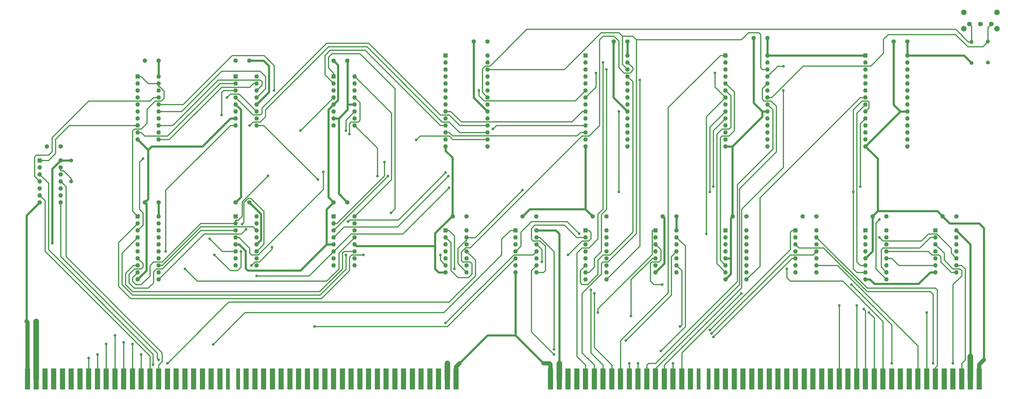
<source format=gbr>
G04 #@! TF.GenerationSoftware,KiCad,Pcbnew,5.1.4-e60b266~84~ubuntu18.04.1*
G04 #@! TF.CreationDate,2019-11-09T01:56:08-04:00*
G04 #@! TF.ProjectId,nova_modern,6e6f7661-5f6d-46f6-9465-726e2e6b6963,0.1*
G04 #@! TF.SameCoordinates,Original*
G04 #@! TF.FileFunction,Copper,L2,Bot*
G04 #@! TF.FilePolarity,Positive*
%FSLAX46Y46*%
G04 Gerber Fmt 4.6, Leading zero omitted, Abs format (unit mm)*
G04 Created by KiCad (PCBNEW 5.1.4-e60b266~84~ubuntu18.04.1) date 2019-11-09 01:56:08*
%MOMM*%
%LPD*%
G04 APERTURE LIST*
%ADD10R,1.905000X7.620000*%
%ADD11R,1.397000X7.620000*%
%ADD12C,2.000000*%
%ADD13C,1.700000*%
%ADD14C,1.600000*%
%ADD15R,1.600000X1.600000*%
%ADD16O,1.400000X1.400000*%
%ADD17C,1.400000*%
%ADD18O,1.600000X1.600000*%
%ADD19C,1.000000*%
%ADD20C,0.400000*%
%ADD21C,0.800000*%
%ADD22C,1.500000*%
%ADD23C,2.000000*%
G04 APERTURE END LIST*
D10*
X46355000Y-104775000D03*
X49530000Y-104775000D03*
X52705000Y-104775000D03*
X55880000Y-104775000D03*
X59055000Y-104775000D03*
X62230000Y-104775000D03*
X65405000Y-104775000D03*
X68580000Y-104775000D03*
X71755000Y-104775000D03*
X74930000Y-104775000D03*
X78105000Y-104775000D03*
X81280000Y-104775000D03*
X84455000Y-104775000D03*
X87630000Y-104775000D03*
X90805000Y-104775000D03*
X93980000Y-104775000D03*
X97155000Y-104775000D03*
X100330000Y-104775000D03*
X103505000Y-104775000D03*
X106680000Y-104775000D03*
X109855000Y-104775000D03*
X113030000Y-104775000D03*
X116205000Y-104775000D03*
D11*
X119126000Y-104775000D03*
X122809000Y-104775000D03*
D10*
X125730000Y-104775000D03*
X128905000Y-104775000D03*
X132080000Y-104775000D03*
X135255000Y-104775000D03*
X138430000Y-104775000D03*
X141605000Y-104775000D03*
X144780000Y-104775000D03*
X147955000Y-104775000D03*
X151130000Y-104775000D03*
X154305000Y-104775000D03*
X157480000Y-104775000D03*
X160655000Y-104775000D03*
X163830000Y-104775000D03*
X167005000Y-104775000D03*
X170180000Y-104775000D03*
X173355000Y-104775000D03*
X176530000Y-104775000D03*
X179705000Y-104775000D03*
X182880000Y-104775000D03*
X186055000Y-104775000D03*
X189230000Y-104775000D03*
X192405000Y-104775000D03*
X195580000Y-104775000D03*
X198755000Y-104775000D03*
X201930000Y-104775000D03*
X236220000Y-104775000D03*
X239395000Y-104775000D03*
X242570000Y-104775000D03*
X245745000Y-104775000D03*
X248920000Y-104775000D03*
X252095000Y-104775000D03*
X255270000Y-104775000D03*
X258445000Y-104775000D03*
X261620000Y-104775000D03*
X264795000Y-104775000D03*
X267970000Y-104775000D03*
X271145000Y-104775000D03*
X274320000Y-104775000D03*
X277495000Y-104775000D03*
X280670000Y-104775000D03*
X283845000Y-104775000D03*
X287020000Y-104775000D03*
D11*
X289941000Y-104775000D03*
X293624000Y-104775000D03*
D10*
X296545000Y-104775000D03*
X299720000Y-104775000D03*
X302895000Y-104775000D03*
X306070000Y-104775000D03*
X309245000Y-104775000D03*
X312420000Y-104775000D03*
X315595000Y-104775000D03*
X318770000Y-104775000D03*
X321945000Y-104775000D03*
X325120000Y-104775000D03*
X328295000Y-104775000D03*
X331470000Y-104775000D03*
X334645000Y-104775000D03*
X337820000Y-104775000D03*
X340995000Y-104775000D03*
X344170000Y-104775000D03*
X347345000Y-104775000D03*
X350520000Y-104775000D03*
X353695000Y-104775000D03*
X356870000Y-104775000D03*
X360045000Y-104775000D03*
X363220000Y-104775000D03*
X366395000Y-104775000D03*
X369570000Y-104775000D03*
X372745000Y-104775000D03*
X375920000Y-104775000D03*
X379095000Y-104775000D03*
X382270000Y-104775000D03*
X385445000Y-104775000D03*
X388620000Y-104775000D03*
X391795000Y-104775000D03*
D12*
X398240000Y22380000D03*
X386240000Y22380000D03*
X386240000Y28380000D03*
X398240000Y28380000D03*
D13*
X396240000Y24130000D03*
X392240000Y24130000D03*
X388240000Y24130000D03*
D14*
X365760000Y17780000D03*
X360760000Y17780000D03*
X309960000Y19050000D03*
X314960000Y19050000D03*
X264160000Y17780000D03*
X259160000Y17780000D03*
X208360000Y17780000D03*
X213360000Y17780000D03*
X383540000Y-45720000D03*
X378540000Y-45720000D03*
X353140000Y-45720000D03*
X358140000Y-45720000D03*
X332740000Y-45720000D03*
X327740000Y-45720000D03*
X302340000Y-45720000D03*
X307340000Y-45720000D03*
X281940000Y-45720000D03*
X276940000Y-45720000D03*
X256540000Y-45720000D03*
X251540000Y-45720000D03*
X226060000Y-45720000D03*
X231060000Y-45720000D03*
X205740000Y-45720000D03*
X200740000Y-45720000D03*
X162480000Y10795000D03*
X157480000Y10795000D03*
X121920000Y10795000D03*
X126920000Y10795000D03*
X126920000Y-40640000D03*
X121920000Y-40640000D03*
X157480000Y-40640000D03*
X162480000Y-40640000D03*
X88980000Y10795000D03*
X93980000Y10795000D03*
X58420000Y-20320000D03*
X53420000Y-20320000D03*
X88980000Y-40640000D03*
X93980000Y-40640000D03*
D15*
X49530000Y-83820000D03*
D14*
X46030000Y-83820000D03*
D16*
X394970000Y17780000D03*
D17*
X394970000Y10160000D03*
X389055000Y9975000D03*
D16*
X389055000Y17595000D03*
D17*
X62230000Y-25400000D03*
D16*
X62230000Y-33020000D03*
D15*
X375920000Y-50800000D03*
D18*
X383540000Y-66040000D03*
X375920000Y-53340000D03*
X383540000Y-63500000D03*
X375920000Y-55880000D03*
X383540000Y-60960000D03*
X375920000Y-58420000D03*
X383540000Y-58420000D03*
X375920000Y-60960000D03*
X383540000Y-55880000D03*
X375920000Y-63500000D03*
X383540000Y-53340000D03*
X375920000Y-66040000D03*
X383540000Y-50800000D03*
X332740000Y-50800000D03*
X325120000Y-66040000D03*
X332740000Y-53340000D03*
X325120000Y-63500000D03*
X332740000Y-55880000D03*
X325120000Y-60960000D03*
X332740000Y-58420000D03*
X325120000Y-58420000D03*
X332740000Y-60960000D03*
X325120000Y-55880000D03*
X332740000Y-63500000D03*
X325120000Y-53340000D03*
X332740000Y-66040000D03*
D15*
X325120000Y-50800000D03*
X274320000Y-50800000D03*
D18*
X281940000Y-66040000D03*
X274320000Y-53340000D03*
X281940000Y-63500000D03*
X274320000Y-55880000D03*
X281940000Y-60960000D03*
X274320000Y-58420000D03*
X281940000Y-58420000D03*
X274320000Y-60960000D03*
X281940000Y-55880000D03*
X274320000Y-63500000D03*
X281940000Y-53340000D03*
X274320000Y-66040000D03*
X281940000Y-50800000D03*
D15*
X223520000Y-50800000D03*
D18*
X231140000Y-66040000D03*
X223520000Y-53340000D03*
X231140000Y-63500000D03*
X223520000Y-55880000D03*
X231140000Y-60960000D03*
X223520000Y-58420000D03*
X231140000Y-58420000D03*
X223520000Y-60960000D03*
X231140000Y-55880000D03*
X223520000Y-63500000D03*
X231140000Y-53340000D03*
X223520000Y-66040000D03*
X231140000Y-50800000D03*
X205740000Y-50800000D03*
X198120000Y-66040000D03*
X205740000Y-53340000D03*
X198120000Y-63500000D03*
X205740000Y-55880000D03*
X198120000Y-60960000D03*
X205740000Y-58420000D03*
X198120000Y-58420000D03*
X205740000Y-60960000D03*
X198120000Y-55880000D03*
X205740000Y-63500000D03*
X198120000Y-53340000D03*
X205740000Y-66040000D03*
D15*
X198120000Y-50800000D03*
X350520000Y-50800000D03*
D18*
X358140000Y-68580000D03*
X350520000Y-53340000D03*
X358140000Y-66040000D03*
X350520000Y-55880000D03*
X358140000Y-63500000D03*
X350520000Y-58420000D03*
X358140000Y-60960000D03*
X350520000Y-60960000D03*
X358140000Y-58420000D03*
X350520000Y-63500000D03*
X358140000Y-55880000D03*
X350520000Y-66040000D03*
X358140000Y-53340000D03*
X350520000Y-68580000D03*
X358140000Y-50800000D03*
D15*
X299720000Y-50800000D03*
D18*
X307340000Y-68580000D03*
X299720000Y-53340000D03*
X307340000Y-66040000D03*
X299720000Y-55880000D03*
X307340000Y-63500000D03*
X299720000Y-58420000D03*
X307340000Y-60960000D03*
X299720000Y-60960000D03*
X307340000Y-58420000D03*
X299720000Y-63500000D03*
X307340000Y-55880000D03*
X299720000Y-66040000D03*
X307340000Y-53340000D03*
X299720000Y-68580000D03*
X307340000Y-50800000D03*
X256540000Y-50800000D03*
X248920000Y-68580000D03*
X256540000Y-53340000D03*
X248920000Y-66040000D03*
X256540000Y-55880000D03*
X248920000Y-63500000D03*
X256540000Y-58420000D03*
X248920000Y-60960000D03*
X256540000Y-60960000D03*
X248920000Y-58420000D03*
X256540000Y-63500000D03*
X248920000Y-55880000D03*
X256540000Y-66040000D03*
X248920000Y-53340000D03*
X256540000Y-68580000D03*
D15*
X248920000Y-50800000D03*
D18*
X213360000Y12700000D03*
X198120000Y-20320000D03*
X213360000Y10160000D03*
X198120000Y-17780000D03*
X213360000Y7620000D03*
X198120000Y-15240000D03*
X213360000Y5080000D03*
X198120000Y-12700000D03*
X213360000Y2540000D03*
X198120000Y-10160000D03*
X213360000Y0D03*
X198120000Y-7620000D03*
X213360000Y-2540000D03*
X198120000Y-5080000D03*
X213360000Y-5080000D03*
X198120000Y-2540000D03*
X213360000Y-7620000D03*
X198120000Y0D03*
X213360000Y-10160000D03*
X198120000Y2540000D03*
X213360000Y-12700000D03*
X198120000Y5080000D03*
X213360000Y-15240000D03*
X198120000Y7620000D03*
X213360000Y-17780000D03*
X198120000Y10160000D03*
X213360000Y-20320000D03*
D15*
X198120000Y12700000D03*
D18*
X264160000Y12700000D03*
X248920000Y-20320000D03*
X264160000Y10160000D03*
X248920000Y-17780000D03*
X264160000Y7620000D03*
X248920000Y-15240000D03*
X264160000Y5080000D03*
X248920000Y-12700000D03*
X264160000Y2540000D03*
X248920000Y-10160000D03*
X264160000Y0D03*
X248920000Y-7620000D03*
X264160000Y-2540000D03*
X248920000Y-5080000D03*
X264160000Y-5080000D03*
X248920000Y-2540000D03*
X264160000Y-7620000D03*
X248920000Y0D03*
X264160000Y-10160000D03*
X248920000Y2540000D03*
X264160000Y-12700000D03*
X248920000Y5080000D03*
X264160000Y-15240000D03*
X248920000Y7620000D03*
X264160000Y-17780000D03*
X248920000Y10160000D03*
X264160000Y-20320000D03*
D15*
X248920000Y12700000D03*
X299720000Y12700000D03*
D18*
X314960000Y-20320000D03*
X299720000Y10160000D03*
X314960000Y-17780000D03*
X299720000Y7620000D03*
X314960000Y-15240000D03*
X299720000Y5080000D03*
X314960000Y-12700000D03*
X299720000Y2540000D03*
X314960000Y-10160000D03*
X299720000Y0D03*
X314960000Y-7620000D03*
X299720000Y-2540000D03*
X314960000Y-5080000D03*
X299720000Y-5080000D03*
X314960000Y-2540000D03*
X299720000Y-7620000D03*
X314960000Y0D03*
X299720000Y-10160000D03*
X314960000Y2540000D03*
X299720000Y-12700000D03*
X314960000Y5080000D03*
X299720000Y-15240000D03*
X314960000Y7620000D03*
X299720000Y-17780000D03*
X314960000Y10160000D03*
X299720000Y-20320000D03*
X314960000Y12700000D03*
D15*
X350520000Y12700000D03*
D18*
X365760000Y-20320000D03*
X350520000Y10160000D03*
X365760000Y-17780000D03*
X350520000Y7620000D03*
X365760000Y-15240000D03*
X350520000Y5080000D03*
X365760000Y-12700000D03*
X350520000Y2540000D03*
X365760000Y-10160000D03*
X350520000Y0D03*
X365760000Y-7620000D03*
X350520000Y-2540000D03*
X365760000Y-5080000D03*
X350520000Y-5080000D03*
X365760000Y-2540000D03*
X350520000Y-7620000D03*
X365760000Y0D03*
X350520000Y-10160000D03*
X365760000Y2540000D03*
X350520000Y-12700000D03*
X365760000Y5080000D03*
X350520000Y-15240000D03*
X365760000Y7620000D03*
X350520000Y-17780000D03*
X365760000Y10160000D03*
X350520000Y-20320000D03*
X365760000Y12700000D03*
D15*
X157480000Y5080000D03*
D18*
X165100000Y-12700000D03*
X157480000Y2540000D03*
X165100000Y-10160000D03*
X157480000Y0D03*
X165100000Y-7620000D03*
X157480000Y-2540000D03*
X165100000Y-5080000D03*
X157480000Y-5080000D03*
X165100000Y-2540000D03*
X157480000Y-7620000D03*
X165100000Y0D03*
X157480000Y-10160000D03*
X165100000Y2540000D03*
X157480000Y-12700000D03*
X165100000Y5080000D03*
X129540000Y5080000D03*
X121920000Y-12700000D03*
X129540000Y2540000D03*
X121920000Y-10160000D03*
X129540000Y0D03*
X121920000Y-7620000D03*
X129540000Y-2540000D03*
X121920000Y-5080000D03*
X129540000Y-5080000D03*
X121920000Y-2540000D03*
X129540000Y-7620000D03*
X121920000Y0D03*
X129540000Y-10160000D03*
X121920000Y2540000D03*
X129540000Y-12700000D03*
D15*
X121920000Y5080000D03*
X157480000Y-45720000D03*
D18*
X165100000Y-63500000D03*
X157480000Y-48260000D03*
X165100000Y-60960000D03*
X157480000Y-50800000D03*
X165100000Y-58420000D03*
X157480000Y-53340000D03*
X165100000Y-55880000D03*
X157480000Y-55880000D03*
X165100000Y-53340000D03*
X157480000Y-58420000D03*
X165100000Y-50800000D03*
X157480000Y-60960000D03*
X165100000Y-48260000D03*
X157480000Y-63500000D03*
X165100000Y-45720000D03*
X129540000Y-45720000D03*
X121920000Y-63500000D03*
X129540000Y-48260000D03*
X121920000Y-60960000D03*
X129540000Y-50800000D03*
X121920000Y-58420000D03*
X129540000Y-53340000D03*
X121920000Y-55880000D03*
X129540000Y-55880000D03*
X121920000Y-53340000D03*
X129540000Y-58420000D03*
X121920000Y-50800000D03*
X129540000Y-60960000D03*
X121920000Y-48260000D03*
X129540000Y-63500000D03*
D15*
X121920000Y-45720000D03*
D18*
X58420000Y-25400000D03*
X50800000Y-40640000D03*
X58420000Y-27940000D03*
X50800000Y-38100000D03*
X58420000Y-30480000D03*
X50800000Y-35560000D03*
X58420000Y-33020000D03*
X50800000Y-33020000D03*
X58420000Y-35560000D03*
X50800000Y-30480000D03*
X58420000Y-38100000D03*
X50800000Y-27940000D03*
X58420000Y-40640000D03*
D15*
X50800000Y-25400000D03*
D18*
X93980000Y5080000D03*
X86360000Y-17780000D03*
X93980000Y2540000D03*
X86360000Y-15240000D03*
X93980000Y0D03*
X86360000Y-12700000D03*
X93980000Y-2540000D03*
X86360000Y-10160000D03*
X93980000Y-5080000D03*
X86360000Y-7620000D03*
X93980000Y-7620000D03*
X86360000Y-5080000D03*
X93980000Y-10160000D03*
X86360000Y-2540000D03*
X93980000Y-12700000D03*
X86360000Y0D03*
X93980000Y-15240000D03*
X86360000Y2540000D03*
X93980000Y-17780000D03*
D15*
X86360000Y5080000D03*
X86360000Y-45720000D03*
D18*
X93980000Y-68580000D03*
X86360000Y-48260000D03*
X93980000Y-66040000D03*
X86360000Y-50800000D03*
X93980000Y-63500000D03*
X86360000Y-53340000D03*
X93980000Y-60960000D03*
X86360000Y-55880000D03*
X93980000Y-58420000D03*
X86360000Y-58420000D03*
X93980000Y-55880000D03*
X86360000Y-60960000D03*
X93980000Y-53340000D03*
X86360000Y-63500000D03*
X93980000Y-50800000D03*
X86360000Y-66040000D03*
X93980000Y-48260000D03*
X86360000Y-68580000D03*
X93980000Y-45720000D03*
D19*
X355600000Y-53340000D03*
X68580000Y-97155000D03*
X71755000Y-95884990D03*
X233680000Y-99060000D03*
X203200000Y-99060000D03*
X393470028Y-97790000D03*
X55345500Y-55456700D03*
X388620000Y-96520000D03*
X198755000Y-99060000D03*
X239395000Y-99060000D03*
X295275006Y-89535000D03*
X294640000Y-88265000D03*
X375019500Y-99065508D03*
X294004990Y-86995000D03*
X74928596Y-92073596D03*
X253394436Y-80645000D03*
X283210000Y-85725000D03*
X276754000Y-70473700D03*
X372745000Y-80644998D03*
X87630000Y-95885000D03*
X263525000Y-90805000D03*
X78103596Y-88900000D03*
X265430000Y-81915000D03*
X280670000Y-99060000D03*
X276225000Y-94615000D03*
X113731800Y-92231100D03*
X264795000Y-99060008D03*
X237489996Y-95884998D03*
X305435000Y-73660000D03*
X246607376Y-52000400D03*
X81280000Y-91440000D03*
X198120000Y-84455000D03*
X84455000Y-92075000D03*
X150495000Y-85725000D03*
X233045000Y-62230000D03*
X242570014Y-59690000D03*
X267970000Y-99060000D03*
X237490000Y-93980000D03*
X196215014Y-59690014D03*
X252095000Y-73660000D03*
X97155000Y-99060000D03*
X178270100Y-44478000D03*
X96520006Y-58420000D03*
X250824994Y-72390000D03*
X347345000Y-78104994D03*
X201295000Y-64770000D03*
X340995000Y-78105008D03*
X260985004Y-7620000D03*
X346074988Y-36830000D03*
X294004996Y-36830000D03*
X260985000Y-36830000D03*
X295275000Y-34925000D03*
X348615000Y-34925000D03*
X355600000Y-46807500D03*
X295910000Y6350000D03*
X252730000Y6350000D03*
X292735010Y-52070000D03*
X210185000Y0D03*
X268604996Y3810000D03*
X320745600Y8820400D03*
X256540002Y7620002D03*
X145415006Y-14605000D03*
X135890000Y0D03*
X215265000Y-13970000D03*
X320675000Y0D03*
X127000052Y-12700000D03*
X116839994Y-8890000D03*
X187455100Y-17950000D03*
X255270000Y10160000D03*
X135107100Y-56908300D03*
X199092100Y-31115000D03*
X127635000Y-63500000D03*
X177166404Y-31113596D03*
X175895000Y-26035000D03*
X112497204Y-53875604D03*
X88245300Y-24765000D03*
X153757292Y-29584508D03*
X162663400Y-47590200D03*
X198119996Y-29845000D03*
X133685200Y-30993000D03*
X199338900Y-35297500D03*
X129540000Y-67310000D03*
X321945000Y-64770000D03*
X173355000Y-31108600D03*
X161925000Y-14605000D03*
X163195000Y-15875000D03*
X118745007Y-2540007D03*
X151765000Y-32385000D03*
X345440000Y-70485000D03*
X360044988Y-99060000D03*
X349885000Y-79375000D03*
X103505000Y-64769982D03*
X161925004Y-59690000D03*
X168275000Y-59689992D03*
X125730000Y-50384900D03*
X123825000Y-58420000D03*
X114227890Y-59690000D03*
X124235700Y-48529600D03*
X351790008Y-80645000D03*
X91961400Y-99613300D03*
X93978593Y-97790000D03*
X382270000Y-99059992D03*
X226060000Y-36195000D03*
D20*
X381635000Y-66040000D02*
X383540000Y-66040000D01*
X373380000Y-58420000D02*
X374650000Y-59690000D01*
X358140000Y-58420000D02*
X373380000Y-58420000D01*
X377190000Y-59690000D02*
X377825000Y-60325000D01*
X377825000Y-60325000D02*
X377825000Y-62230000D01*
X374650000Y-59690000D02*
X377190000Y-59690000D01*
X377825000Y-62230000D02*
X381635000Y-66040000D01*
X374049850Y-53340000D02*
X375920000Y-53340000D01*
X370203450Y-57186400D02*
X374049850Y-53340000D01*
X358140000Y-66040000D02*
X356235000Y-64135000D01*
X356833600Y-57186400D02*
X370203450Y-57186400D01*
X356235000Y-57785000D02*
X356833600Y-57186400D01*
X356235000Y-64135000D02*
X356235000Y-57785000D01*
X376367200Y-52075400D02*
X373374600Y-52075400D01*
X356870000Y-54610000D02*
X356099999Y-53839999D01*
X356099999Y-53839999D02*
X355600000Y-53340000D01*
X373374600Y-52075400D02*
X370840000Y-54610000D01*
X370840000Y-54610000D02*
X356870000Y-54610000D01*
X381635000Y-57343200D02*
X376367200Y-52075400D01*
X383540000Y-60960000D02*
X381635000Y-59055000D01*
X381635000Y-59055000D02*
X381635000Y-57343200D01*
X68580000Y-104775000D02*
X68580000Y-97155000D01*
X71755000Y-104775000D02*
X71755000Y-95884990D01*
X362585000Y-63500000D02*
X375920000Y-63500000D01*
X358140000Y-60960000D02*
X360045000Y-60960000D01*
X360045000Y-60960000D02*
X362585000Y-63500000D01*
D21*
X223520000Y-88900000D02*
X233680000Y-99060000D01*
X223520000Y-66040000D02*
X223520000Y-88900000D01*
X223520000Y-88900000D02*
X213360000Y-88900000D01*
X213360000Y-88900000D02*
X203200000Y-99060000D01*
X200740000Y-45720000D02*
X200644000Y-45720000D01*
X200644000Y-45720000D02*
X200644000Y-24444300D01*
X200644000Y-24444300D02*
X198120000Y-21920300D01*
X198120000Y-20320000D02*
X198120000Y-21920300D01*
X248920000Y-43100000D02*
X248920000Y-20320000D01*
X251540000Y-45720000D02*
X248920000Y-43100000D01*
X226060000Y-45720000D02*
X228680000Y-43100000D01*
X228680000Y-43100000D02*
X248920000Y-43100000D01*
X129540000Y-55880000D02*
X131142500Y-54277500D01*
X131142500Y-54277500D02*
X131142500Y-44862500D01*
X131142500Y-44862500D02*
X126920000Y-40640000D01*
X365760000Y-7620000D02*
X364159700Y-7620000D01*
D22*
X391795000Y-104775000D02*
X391795000Y-99465000D01*
X391795000Y-99465000D02*
X393470000Y-97790000D01*
X46355000Y-104775000D02*
X46355000Y-84145000D01*
X46355000Y-84145000D02*
X46030000Y-83820000D01*
D21*
X213360000Y-7620000D02*
X208360000Y-2620000D01*
X208360000Y-2620000D02*
X208360000Y17780000D01*
D22*
X236220000Y-104775000D02*
X236220000Y-99465000D01*
X236220000Y-99465000D02*
X235815000Y-99060000D01*
X235815000Y-99060000D02*
X233680000Y-99060000D01*
X201930000Y-104775000D02*
X201930000Y-100330000D01*
X201930000Y-100330000D02*
X203200000Y-99060000D01*
D21*
X259080000Y17700000D02*
X259160000Y17780000D01*
X264160000Y-7620000D02*
X259080000Y-2540000D01*
X259080000Y-2540000D02*
X259080000Y17700000D01*
X90170000Y-21590000D02*
X86360000Y-17780000D01*
X90170000Y-39450000D02*
X88980000Y-40640000D01*
X90170000Y-21590000D02*
X90170000Y-39450000D01*
X159385000Y-37545000D02*
X162480000Y-40640000D01*
X157480000Y-10160000D02*
X159385000Y-10160000D01*
X159385000Y-10160000D02*
X159385000Y-37545000D01*
X165100000Y-5080000D02*
X162560000Y-5080000D01*
X314960000Y-7620000D02*
X313055000Y-7620000D01*
X302260000Y-20320000D02*
X299720000Y-20320000D01*
X313055000Y-9525000D02*
X302260000Y-20320000D01*
X313055000Y-7620000D02*
X313055000Y-9525000D01*
X302260000Y-45640000D02*
X302260000Y-20320000D01*
X302340000Y-45720000D02*
X302260000Y-45640000D01*
X165735000Y-56515000D02*
X165100000Y-55880000D01*
X194310000Y-56515000D02*
X165735000Y-56515000D01*
X194310000Y-51865000D02*
X194310000Y-56515000D01*
X200644000Y-45720000D02*
X200455000Y-45720000D01*
X200455000Y-45720000D02*
X194310000Y-51865000D01*
X198120000Y-66040000D02*
X195580000Y-66040000D01*
X194310000Y-64770000D02*
X194310000Y-56515000D01*
X195580000Y-66040000D02*
X194310000Y-64770000D01*
X277495000Y-46275000D02*
X276940000Y-45720000D01*
X274320000Y-66040000D02*
X277495000Y-62865000D01*
X277495000Y-62865000D02*
X277495000Y-46275000D01*
X353140000Y-58340000D02*
X350520000Y-60960000D01*
X353140000Y-45720000D02*
X353140000Y-58340000D01*
D22*
X393470000Y-97790000D02*
X393470028Y-97790000D01*
D21*
X353140000Y-45640000D02*
X353140000Y-45720000D01*
X354965000Y-43815000D02*
X353140000Y-45640000D01*
X376635000Y-43815000D02*
X354965000Y-43815000D01*
X378540000Y-45720000D02*
X376635000Y-43815000D01*
X374015000Y-66040000D02*
X375920000Y-66040000D01*
X369836600Y-70218400D02*
X374015000Y-66040000D01*
X353758700Y-70218400D02*
X369836600Y-70218400D01*
X350520000Y-68580000D02*
X352120300Y-68580000D01*
X352120300Y-68580000D02*
X353758700Y-70218400D01*
X363220000Y-7620000D02*
X364159700Y-7620000D01*
X350520000Y-20320000D02*
X363220000Y-7620000D01*
X360760000Y-5160000D02*
X360760000Y17780000D01*
X363220000Y-7620000D02*
X360760000Y-5160000D01*
X354965000Y-24765000D02*
X350520000Y-20320000D01*
X354965000Y-43815000D02*
X354965000Y-24765000D01*
X381080000Y-48260000D02*
X378540000Y-45720000D01*
X391795000Y-48260000D02*
X381080000Y-48260000D01*
X393470000Y-97790000D02*
X393470000Y-49935000D01*
X393470000Y-49935000D02*
X391795000Y-48260000D01*
X89535000Y-65405000D02*
X86360000Y-68580000D01*
X88980000Y-40640000D02*
X89535000Y-41195000D01*
X89535000Y-41195000D02*
X89535000Y-65405000D01*
X91440000Y-20320000D02*
X90170000Y-21590000D01*
X109855000Y-20320000D02*
X91440000Y-20320000D01*
X121920000Y-10160000D02*
X120015000Y-10160000D01*
X120015000Y-10160000D02*
X109855000Y-20320000D01*
X162480000Y10795000D02*
X162480000Y10160000D01*
X162560000Y10715000D02*
X162480000Y10795000D01*
X159385000Y-10160000D02*
X162560000Y-6985000D01*
X162560000Y-6985000D02*
X162560000Y10715000D01*
X132080000Y10795000D02*
X126920000Y10795000D01*
X133985000Y8890000D02*
X132080000Y10795000D01*
X129540000Y-5080000D02*
X133985000Y-635000D01*
X133985000Y-635000D02*
X133985000Y8890000D01*
X309960000Y-4525000D02*
X313055000Y-7620000D01*
X309960000Y19050000D02*
X309960000Y-4525000D01*
X46030000Y-45410000D02*
X46030000Y-83820000D01*
X50800000Y-40640000D02*
X46030000Y-45410000D01*
X299720000Y-60960000D02*
X301625000Y-60960000D01*
X301625000Y-46435000D02*
X302340000Y-45720000D01*
X299720000Y-68580000D02*
X301625000Y-66675000D01*
X301625000Y-66675000D02*
X301625000Y-46435000D01*
X93980000Y5080000D02*
X93980000Y10160000D01*
X58420000Y-25400000D02*
X55345500Y-28474500D01*
X55345500Y-28474500D02*
X55345500Y-55456700D01*
X365760000Y12700000D02*
X365760000Y17780000D01*
X389055000Y9975000D02*
X386330000Y12700000D01*
X386330000Y12700000D02*
X365760000Y12700000D01*
X314960000Y12700000D02*
X348919700Y12700000D01*
X350520000Y12700000D02*
X348919700Y12700000D01*
X58982800Y-25400000D02*
X58420000Y-25400000D01*
X58982800Y-25400000D02*
X60020300Y-25400000D01*
X60020300Y-25400000D02*
X62230000Y-25400000D01*
X383540000Y-50800000D02*
X388620000Y-55880000D01*
X388620000Y-55880000D02*
X388620000Y-96520000D01*
X281940000Y-50800000D02*
X281940000Y-45720000D01*
X264160000Y12700000D02*
X264160000Y17780000D01*
X93980000Y-45720000D02*
X93980000Y-40640000D01*
D23*
X49530000Y-104775000D02*
X49530000Y-83820000D01*
X388620000Y-104775000D02*
X388620000Y-96520000D01*
X239395000Y-104775000D02*
X239395000Y-99060000D01*
X198755000Y-104775000D02*
X198755000Y-99060000D01*
D21*
X154940000Y-43180000D02*
X157480000Y-40640000D01*
X154940000Y-55880000D02*
X154940000Y-43180000D01*
X157480000Y-55880000D02*
X154940000Y-55880000D01*
X123825000Y-6985000D02*
X121920000Y-5080000D01*
X123825000Y-38735000D02*
X123825000Y-6985000D01*
X121920000Y-40640000D02*
X123825000Y-38735000D01*
X155575000Y-6985000D02*
X157480000Y-5080000D01*
X157480000Y-40640000D02*
X155575000Y-38735000D01*
X155575000Y-38735000D02*
X155575000Y-6985000D01*
X238125000Y-50800000D02*
X231140000Y-50800000D01*
X239395000Y-99060000D02*
X239395000Y-52070000D01*
X239395000Y-52070000D02*
X238125000Y-50800000D01*
X123190000Y-55880000D02*
X121920000Y-55880000D01*
X125546198Y-58236198D02*
X123190000Y-55880000D01*
X125546198Y-64605202D02*
X125546198Y-58236198D01*
X154940000Y-55880000D02*
X145415000Y-65405000D01*
X126345996Y-65405000D02*
X125546198Y-64605202D01*
X145415000Y-65405000D02*
X126345996Y-65405000D01*
X159096300Y9178700D02*
X157480000Y10795000D01*
X157480000Y-5080000D02*
X159096300Y-3463700D01*
X159096300Y-3463700D02*
X159096300Y9178700D01*
X314960000Y12700000D02*
X314960000Y19050000D01*
D20*
X351155000Y-71755000D02*
X332740000Y-53340000D01*
X375920000Y-71755000D02*
X351155000Y-71755000D01*
X376555000Y-72390000D02*
X375920000Y-71755000D01*
X375920000Y-104775000D02*
X375920000Y-100564700D01*
X376555000Y-99929700D02*
X376555000Y-72390000D01*
X375920000Y-100564700D02*
X376555000Y-99929700D01*
X325120000Y-60960000D02*
X323850006Y-60960000D01*
X295775005Y-89035001D02*
X295275006Y-89535000D01*
X323850006Y-60960000D02*
X295775005Y-89035001D01*
X295139999Y-87765001D02*
X294640000Y-88265000D01*
X323215000Y-59690000D02*
X295139999Y-87765001D01*
X331470000Y-59690000D02*
X323215000Y-59690000D01*
X332740000Y-58420000D02*
X331470000Y-59690000D01*
X375019500Y-96889500D02*
X375019500Y-99065508D01*
X335280000Y-57150000D02*
X351155000Y-73025000D01*
X326390000Y-57150000D02*
X335280000Y-57150000D01*
X325120000Y-55880000D02*
X326390000Y-57150000D01*
X351155000Y-73025000D02*
X374015000Y-73025000D01*
X374015000Y-73025000D02*
X375019500Y-74029500D01*
X375019500Y-74029500D02*
X375019500Y-96889500D01*
X369570000Y-100564700D02*
X369570000Y-104775000D01*
X369570000Y-92710000D02*
X369570000Y-100564700D01*
X332740000Y-63500000D02*
X340360000Y-63500000D01*
X340360000Y-63500000D02*
X369570000Y-92710000D01*
X323215000Y-57784990D02*
X294504989Y-86495001D01*
X323920000Y-50800000D02*
X323215000Y-51505000D01*
X323215000Y-51505000D02*
X323215000Y-57784990D01*
X325120000Y-50800000D02*
X323920000Y-50800000D01*
X294504989Y-86495001D02*
X294004990Y-86995000D01*
X74930000Y-92075000D02*
X74928596Y-92073596D01*
X74930000Y-104775000D02*
X74930000Y-92075000D01*
X273119700Y-59548194D02*
X253394436Y-79273458D01*
X253394436Y-79937894D02*
X253394436Y-80645000D01*
X273119700Y-50800300D02*
X273119700Y-59548194D01*
X273120000Y-50800000D02*
X273119700Y-50800300D01*
X274320000Y-50800000D02*
X273120000Y-50800000D01*
X253394436Y-79273458D02*
X253394436Y-79937894D01*
X283845000Y-85090000D02*
X283210000Y-85725000D01*
X281940000Y-63500000D02*
X283845000Y-65405000D01*
X283845000Y-65405000D02*
X283845000Y-85090000D01*
X273673700Y-70473700D02*
X276754000Y-70473700D01*
X276225000Y-57785000D02*
X276225000Y-61595000D01*
X273050000Y-62230000D02*
X272415000Y-62865000D01*
X272415000Y-69215000D02*
X273673700Y-70473700D01*
X274320000Y-55880000D02*
X276225000Y-57785000D01*
X276225000Y-61595000D02*
X275590000Y-62230000D01*
X275590000Y-62230000D02*
X273050000Y-62230000D01*
X272415000Y-62865000D02*
X272415000Y-69215000D01*
X372745000Y-104775000D02*
X372745000Y-80644998D01*
X87630000Y-104775000D02*
X87630000Y-95885000D01*
X264024999Y-90305001D02*
X263525000Y-90805000D01*
X280035000Y-60325000D02*
X280035000Y-74295000D01*
X281940000Y-58420000D02*
X280035000Y-60325000D01*
X280035000Y-74295000D02*
X264024999Y-90305001D01*
X78105000Y-88901404D02*
X78103596Y-88900000D01*
X78105000Y-104775000D02*
X78105000Y-88901404D01*
X274320000Y-60960000D02*
X273188630Y-60960000D01*
X273188630Y-60960000D02*
X265430000Y-68718630D01*
X265430000Y-68718630D02*
X265430000Y-81207894D01*
X265430000Y-81207894D02*
X265430000Y-81915000D01*
X280670000Y-104775000D02*
X280670000Y-99060000D01*
X276724999Y-94115001D02*
X276225000Y-94615000D01*
X284214999Y-86625001D02*
X276724999Y-94115001D01*
X281940000Y-53340000D02*
X285115000Y-56515000D01*
X284277001Y-86625001D02*
X284214999Y-86625001D01*
X285115000Y-56515000D02*
X285115000Y-85787002D01*
X285115000Y-85787002D02*
X284277001Y-86625001D01*
X125317900Y-80645000D02*
X113731800Y-92231100D01*
X197485000Y-80645000D02*
X125317900Y-80645000D01*
X218440000Y-59690000D02*
X197485000Y-80645000D01*
X218440000Y-53975000D02*
X218440000Y-59690000D01*
X223520000Y-50800000D02*
X221615000Y-50800000D01*
X221615000Y-50800000D02*
X218440000Y-53975000D01*
X233680000Y-66040000D02*
X231140000Y-66040000D01*
X234315000Y-56515000D02*
X234315000Y-65405000D01*
X234315000Y-65405000D02*
X233680000Y-66040000D01*
X232410000Y-54610000D02*
X234315000Y-56515000D01*
X245670400Y-53340000D02*
X241225400Y-48895000D01*
X248920000Y-53340000D02*
X245670400Y-53340000D01*
X241225400Y-48895000D02*
X230459800Y-48895000D01*
X229870000Y-54610000D02*
X232410000Y-54610000D01*
X229235000Y-50119800D02*
X229235000Y-53975000D01*
X230459800Y-48895000D02*
X229235000Y-50119800D01*
X229235000Y-53975000D02*
X229870000Y-54610000D01*
X264795000Y-104775000D02*
X264795000Y-99060008D01*
X236989997Y-95384999D02*
X237489996Y-95884998D01*
X231140000Y-63500000D02*
X229235000Y-65405000D01*
X229235000Y-65405000D02*
X229235000Y-87630002D01*
X229235000Y-87630002D02*
X236989997Y-95384999D01*
X304935001Y-74159999D02*
X305435000Y-73660000D01*
X283845000Y-104775000D02*
X283845000Y-95250000D01*
X283845000Y-95250000D02*
X304935001Y-74159999D01*
X242231976Y-47625000D02*
X246107377Y-51500401D01*
X246107377Y-51500401D02*
X246607376Y-52000400D01*
X229235000Y-47625000D02*
X242231976Y-47625000D01*
X225425000Y-51435000D02*
X229235000Y-47625000D01*
X223520000Y-58420000D02*
X225425000Y-56515000D01*
X225425000Y-56515000D02*
X225425000Y-51435000D01*
X81280000Y-104775000D02*
X81280000Y-91440000D01*
X229870000Y-59690000D02*
X222885000Y-59690000D01*
X198619999Y-83955001D02*
X198120000Y-84455000D01*
X222885000Y-59690000D02*
X198619999Y-83955001D01*
X231140000Y-58420000D02*
X229870000Y-59690000D01*
X84455000Y-104775000D02*
X84455000Y-92075000D01*
X198755000Y-85725000D02*
X151202106Y-85725000D01*
X151202106Y-85725000D02*
X150495000Y-85725000D01*
X223520000Y-60960000D02*
X198755000Y-85725000D01*
X231140000Y-55880000D02*
X233045000Y-57785000D01*
X233045000Y-61522894D02*
X233045000Y-62230000D01*
X233045000Y-57785000D02*
X233045000Y-61522894D01*
X247650014Y-54610000D02*
X243070013Y-59190001D01*
X250825000Y-53877050D02*
X250092050Y-54610000D01*
X250825000Y-51505000D02*
X250825000Y-53877050D01*
X250120000Y-50800000D02*
X250825000Y-51505000D01*
X248920000Y-50800000D02*
X250120000Y-50800000D01*
X250092050Y-54610000D02*
X247650014Y-54610000D01*
X243070013Y-59190001D02*
X242570014Y-59690000D01*
X267970000Y-104775000D02*
X267970000Y-99060000D01*
X231140000Y-53340000D02*
X232271370Y-53340000D01*
X237490000Y-58558630D02*
X237490000Y-93272894D01*
X237490000Y-93272894D02*
X237490000Y-93980000D01*
X232271370Y-53340000D02*
X237490000Y-58558630D01*
X165899999Y4280001D02*
X165100000Y5080000D01*
X178435000Y-8255000D02*
X165899999Y4280001D01*
X165100000Y-45720000D02*
X178435000Y-32385000D01*
X178435000Y-32385000D02*
X178435000Y-8255000D01*
X198120000Y-63500000D02*
X196215014Y-61595014D01*
X196215014Y-61595014D02*
X196215014Y-60397120D01*
X196215014Y-60397120D02*
X196215014Y-59690014D01*
X86360000Y5080000D02*
X87560300Y5080000D01*
X87560300Y5080000D02*
X90100300Y2540000D01*
X90100300Y2540000D02*
X93980000Y2540000D01*
X94353000Y1339700D02*
X93980000Y1339700D01*
X95885000Y-2778400D02*
X95885000Y-192300D01*
X94853400Y-3810000D02*
X95885000Y-2778400D01*
X92710000Y-3810000D02*
X94853400Y-3810000D01*
X89732300Y-6787700D02*
X92710000Y-3810000D01*
X84455000Y-43815000D02*
X84455000Y-14708300D01*
X86360000Y-45720000D02*
X84455000Y-43815000D01*
X95885000Y-192300D02*
X94353000Y1339700D01*
X84455000Y-14708300D02*
X85193300Y-13970000D01*
X93980000Y1339700D02*
X93980000Y2540000D01*
X87630000Y-13970000D02*
X89732300Y-11867700D01*
X85193300Y-13970000D02*
X87630000Y-13970000D01*
X89732300Y-11867700D02*
X89732300Y-6787700D01*
X252095000Y-74367106D02*
X252095000Y-73660000D01*
X258445000Y-104775000D02*
X258445000Y-99695000D01*
X258445000Y-99695000D02*
X252095000Y-93345000D01*
X252095000Y-93345000D02*
X252095000Y-74367106D01*
X97654999Y-98560001D02*
X97155000Y-99060000D01*
X199390000Y-76835000D02*
X119380000Y-76835000D01*
X208915000Y-67310000D02*
X199390000Y-76835000D01*
X205740000Y-58420000D02*
X208915000Y-61595000D01*
X119380000Y-76835000D02*
X97654999Y-98560001D01*
X208915000Y-61595000D02*
X208915000Y-67310000D01*
X155575000Y8185300D02*
X157480000Y6280300D01*
X179705000Y-43043100D02*
X179705000Y635000D01*
X157480000Y6280300D02*
X157480000Y6280000D01*
X179705000Y635000D02*
X167005000Y13335000D01*
X178270100Y-44478000D02*
X179705000Y-43043100D01*
X155575000Y12065000D02*
X155575000Y8185300D01*
X167005000Y13335000D02*
X156845000Y13335000D01*
X157480000Y6280000D02*
X157480000Y5080000D01*
X156845000Y13335000D02*
X155575000Y12065000D01*
X96520006Y-57712894D02*
X96520006Y-58420000D01*
X96520006Y-36194994D02*
X96520006Y-57712894D01*
X121920000Y-12700000D02*
X120015000Y-12700000D01*
X120015000Y-12700000D02*
X96520006Y-36194994D01*
X255270000Y-104775000D02*
X255270000Y-99695000D01*
X255270000Y-99695000D02*
X250824994Y-95249994D01*
X250824994Y-95249994D02*
X250824994Y-73097106D01*
X250824994Y-73097106D02*
X250824994Y-72390000D01*
X347345000Y-104775000D02*
X347345000Y-78104994D01*
X266065000Y8255000D02*
X264160000Y10160000D01*
X266065000Y7392150D02*
X266065000Y8255000D01*
X262890000Y6350000D02*
X265022850Y6350000D01*
X260985000Y8255000D02*
X262890000Y6350000D01*
X259262700Y19685000D02*
X260985000Y17962700D01*
X255270000Y19685000D02*
X259262700Y19685000D01*
X200025000Y-55245000D02*
X200025000Y-65405000D01*
X207645000Y-66675000D02*
X207645000Y-62865000D01*
X202565000Y-67945000D02*
X206375000Y-67945000D01*
X205364500Y-57080400D02*
X207079600Y-57080400D01*
X206375000Y-67945000D02*
X207645000Y-66675000D01*
X207010000Y-62230000D02*
X204362625Y-62230000D01*
X203835000Y-58609900D02*
X205364500Y-57080400D01*
X265022850Y6350000D02*
X266065000Y7392150D01*
X200025000Y-65405000D02*
X202565000Y-67945000D01*
X250190000Y-16510000D02*
X254000000Y-12700000D01*
X207645000Y-62865000D02*
X207010000Y-62230000D01*
X260985000Y17962700D02*
X260985000Y8255000D01*
X254000000Y18415000D02*
X255270000Y19685000D01*
X254000000Y-12700000D02*
X254000000Y18415000D01*
X204362625Y-62230000D02*
X203835000Y-61702375D01*
X203835000Y-61702375D02*
X203835000Y-58609900D01*
X198120000Y-53340000D02*
X200025000Y-55245000D01*
X207079600Y-57080400D02*
X247650000Y-16510000D01*
X247650000Y-16510000D02*
X250190000Y-16510000D01*
X198120000Y-50800000D02*
X199320000Y-50800000D01*
X201295000Y-52775000D02*
X201295000Y-64062894D01*
X199320000Y-50800000D02*
X201295000Y-52775000D01*
X201295000Y-64062894D02*
X201295000Y-64770000D01*
X340995000Y-104775000D02*
X340995000Y-78105008D01*
X199990150Y-7620000D02*
X198120000Y-7620000D01*
X203744950Y-11374800D02*
X199990150Y-7620000D01*
X243964900Y-11374800D02*
X203744950Y-11374800D01*
X248920000Y-7620000D02*
X247719700Y-7620000D01*
X247719700Y-7620000D02*
X243964900Y-11374800D01*
X347345000Y-66040000D02*
X350520000Y-66040000D01*
X346074988Y-64769988D02*
X347345000Y-66040000D01*
X350520000Y-7620000D02*
X351790000Y-6350000D01*
X351790000Y-6350000D02*
X351790000Y-4198750D01*
X351790000Y-4198750D02*
X351401250Y-3810000D01*
X351401250Y-3810000D02*
X349250000Y-3810000D01*
X349250000Y-3810000D02*
X346074988Y-6985012D01*
X346074988Y-6985012D02*
X346074988Y-64769988D01*
X299720000Y-7620000D02*
X294004996Y-13335004D01*
X294004996Y-13335004D02*
X294004996Y-36122894D01*
X294004996Y-36122894D02*
X294004996Y-36830000D01*
X260985004Y-36829996D02*
X260985000Y-36830000D01*
X260985004Y-7620000D02*
X260985004Y-36829996D01*
X348615000Y-63500000D02*
X350520000Y-63500000D01*
X347345000Y-62230000D02*
X348615000Y-63500000D01*
X350520000Y-5080000D02*
X347345000Y-8255000D01*
X347345000Y-8255000D02*
X347345000Y-62230000D01*
X299720000Y-10160000D02*
X295275000Y-14605000D01*
X295275000Y-14605000D02*
X295275000Y-34217894D01*
X295275000Y-34217894D02*
X295275000Y-34925000D01*
X348615000Y-34217894D02*
X348615000Y-34925000D01*
X348615000Y-12065000D02*
X348615000Y-34217894D01*
X350520000Y-10160000D02*
X348615000Y-12065000D01*
X355100001Y-47307499D02*
X355600000Y-46807500D01*
X354330000Y-48077500D02*
X355100001Y-47307499D01*
X358140000Y-68580000D02*
X354330000Y-64770000D01*
X354330000Y-64770000D02*
X354330000Y-48077500D01*
X295910000Y5642894D02*
X295910000Y6350000D01*
X295910000Y1270000D02*
X295910000Y5642894D01*
X299720000Y-2540000D02*
X295910000Y1270000D01*
X252730000Y5642894D02*
X252730000Y6350000D01*
X248920000Y-2540000D02*
X252730000Y1270000D01*
X252730000Y1270000D02*
X252730000Y5642894D01*
X299720000Y-2540000D02*
X292735010Y-9524990D01*
X292735010Y-51362894D02*
X292735010Y-52070000D01*
X292735010Y-9524990D02*
X292735010Y-51362894D01*
X348649850Y-2540000D02*
X350520000Y-2540000D01*
X312181600Y-39008250D02*
X348649850Y-2540000D01*
X307340000Y-68580000D02*
X312181600Y-63738400D01*
X312181600Y-63738400D02*
X312181600Y-39008250D01*
X299789700Y2540000D02*
X299720000Y2540000D01*
X297815000Y-61595000D02*
X297815000Y-17145000D01*
X297815000Y-17145000D02*
X298450000Y-16510000D01*
X298450000Y-16510000D02*
X300990000Y-16510000D01*
X299720000Y-63500000D02*
X297815000Y-61595000D01*
X302895000Y-565300D02*
X299789700Y2540000D01*
X302895000Y-14605000D02*
X302895000Y-565300D01*
X300990000Y-16510000D02*
X302895000Y-14605000D01*
X210185000Y-707106D02*
X210185000Y0D01*
X212053600Y-3773600D02*
X210185000Y-1905000D01*
X210185000Y-1905000D02*
X210185000Y-707106D01*
X248920000Y0D02*
X245146400Y-3773600D01*
X245146400Y-3773600D02*
X212053600Y-3773600D01*
X299720000Y-66040000D02*
X296545000Y-62865000D01*
X296545000Y-62865000D02*
X296545000Y-15875000D01*
X296545000Y-15875000D02*
X298450000Y-13970000D01*
X301625000Y-1905000D02*
X299720000Y0D01*
X298450000Y-13970000D02*
X300990000Y-13970000D01*
X300990000Y-13970000D02*
X301625000Y-13335000D01*
X301625000Y-13335000D02*
X301625000Y-1905000D01*
X268604996Y3102894D02*
X268604996Y3810000D01*
X268604996Y-56515004D02*
X268604996Y3102894D01*
X256540000Y-68580000D02*
X268604996Y-56515004D01*
X314960000Y5080000D02*
X314960000Y5114850D01*
X318665550Y8820400D02*
X320745600Y8820400D01*
X314960000Y5114850D02*
X318665550Y8820400D01*
X247015000Y-65405000D02*
X248920000Y-63500000D01*
X247015000Y-69877725D02*
X247015000Y-65405000D01*
X247622275Y-70485000D02*
X247015000Y-69877725D01*
X249627650Y-70485000D02*
X247622275Y-70485000D01*
X253365000Y-66747650D02*
X249627650Y-70485000D01*
X266065000Y3175000D02*
X266065000Y-51435000D01*
X264160000Y5080000D02*
X266065000Y3175000D01*
X266065000Y-51435000D02*
X257810000Y-59690000D01*
X257810000Y-59690000D02*
X255270000Y-59690000D01*
X253365000Y-61595000D02*
X253365000Y-66747650D01*
X255270000Y-59690000D02*
X253365000Y-61595000D01*
X256540002Y-43179998D02*
X256540002Y6912896D01*
X250190000Y-66040000D02*
X252095000Y-64135000D01*
X248920000Y-66040000D02*
X250190000Y-66040000D01*
X256540002Y6912896D02*
X256540002Y7620002D01*
X252095000Y-64135000D02*
X252095000Y-60960000D01*
X254635000Y-58420000D02*
X254635000Y-45085000D01*
X252095000Y-60960000D02*
X254635000Y-58420000D01*
X254635000Y-45085000D02*
X256540002Y-43179998D01*
X297815000Y12700000D02*
X299720000Y12700000D01*
X278906000Y-6209000D02*
X297815000Y12700000D01*
X278906000Y-73519000D02*
X278906000Y-6209000D01*
X261620000Y-104775000D02*
X261620000Y-90805000D01*
X261620000Y-90805000D02*
X278906000Y-73519000D01*
X157480000Y-2540000D02*
X145415006Y-14604994D01*
X145415006Y-14604994D02*
X145415006Y-14605000D01*
X262255000Y19685000D02*
X262255000Y9525000D01*
X260985000Y20955000D02*
X262255000Y19685000D01*
X254529600Y20955000D02*
X260985000Y20955000D01*
X262255000Y9525000D02*
X264160000Y7620000D01*
X213360000Y7620000D02*
X241194600Y7620000D01*
X241194600Y7620000D02*
X254529600Y20955000D01*
X266065000Y19685000D02*
X266700000Y19050000D01*
X262255000Y19685000D02*
X266065000Y19685000D01*
X266700000Y19050000D02*
X267335000Y18415000D01*
X252095000Y-99695000D02*
X252095000Y-104775000D01*
X247650000Y-95250000D02*
X252095000Y-99695000D01*
X267335000Y-51937700D02*
X257042700Y-62230000D01*
X267335000Y18415000D02*
X267335000Y-51937700D01*
X255270000Y-62230000D02*
X254635000Y-62865000D01*
X247650000Y-73677900D02*
X247650000Y-95250000D01*
X257042700Y-62230000D02*
X255270000Y-62230000D01*
X254635000Y-66692900D02*
X247650000Y-73677900D01*
X254635000Y-62865000D02*
X254635000Y-66692900D01*
X305435000Y18415000D02*
X267335000Y18415000D01*
X314960000Y7620000D02*
X313055000Y7620000D01*
X312460100Y8214900D02*
X312460100Y20279900D01*
X312460100Y20279900D02*
X311785000Y20955000D01*
X311785000Y20955000D02*
X307975000Y20955000D01*
X313055000Y7620000D02*
X312460100Y8214900D01*
X307975000Y20955000D02*
X305435000Y18415000D01*
X199320300Y-15240000D02*
X198120000Y-15240000D01*
X199390000Y-15240000D02*
X199320300Y-15240000D01*
X200599400Y-16449400D02*
X199390000Y-15240000D01*
X245840450Y-16449400D02*
X200599400Y-16449400D01*
X248920000Y-15240000D02*
X247049850Y-15240000D01*
X247049850Y-15240000D02*
X245840450Y-16449400D01*
X132217406Y12700000D02*
X135890000Y9027406D01*
X135890000Y9027406D02*
X135890000Y707106D01*
X135890000Y707106D02*
X135890000Y0D01*
X120615150Y12700000D02*
X132217406Y12700000D01*
X102835150Y-5080000D02*
X120615150Y12700000D01*
X93980000Y-5080000D02*
X102835150Y-5080000D01*
X156210000Y14605000D02*
X154305000Y12700000D01*
X168910000Y14605000D02*
X156210000Y14605000D01*
X154305000Y12700000D02*
X154305000Y5715000D01*
X198120000Y-12700000D02*
X196215000Y-12700000D01*
X154305000Y5715000D02*
X157480000Y2540000D01*
X196215000Y-12700000D02*
X168910000Y14605000D01*
X215764999Y-13470001D02*
X215265000Y-13970000D01*
X248920000Y-12700000D02*
X216535000Y-12700000D01*
X216535000Y-12700000D02*
X215764999Y-13470001D01*
X304800000Y-70485000D02*
X274320000Y-100965000D01*
X304800000Y-35645450D02*
X304800000Y-70485000D01*
X318135000Y-22310450D02*
X304800000Y-35645450D01*
X313055000Y635000D02*
X313055000Y-3175000D01*
X318135000Y-5715000D02*
X318135000Y-22310450D01*
X314960000Y2540000D02*
X313055000Y635000D01*
X313690000Y-3810000D02*
X316230000Y-3810000D01*
X274320000Y-100965000D02*
X274320000Y-104775000D01*
X313055000Y-3175000D02*
X313690000Y-3810000D01*
X316230000Y-3810000D02*
X318135000Y-5715000D01*
X305562000Y-43094900D02*
X320675000Y-27981900D01*
X320675000Y-707106D02*
X320675000Y0D01*
X305562000Y-71628000D02*
X305562000Y-43094900D01*
X320675000Y-27981900D02*
X320675000Y-707106D01*
X277495000Y-104775000D02*
X277495000Y-99695000D01*
X277495000Y-99695000D02*
X305562000Y-71628000D01*
X389055000Y23315000D02*
X389055000Y17595000D01*
X388240000Y24130000D02*
X389055000Y23315000D01*
X211455000Y7841650D02*
X211455000Y-635000D01*
X387852500Y17595000D02*
X383222500Y22225000D01*
X227595100Y22225000D02*
X214260100Y8890000D01*
X214260100Y8890000D02*
X212503350Y8890000D01*
X211455000Y-635000D02*
X213360000Y-2540000D01*
X389055000Y17595000D02*
X387852500Y17595000D01*
X383222500Y22225000D02*
X227595100Y22225000D01*
X212503350Y8890000D02*
X211455000Y7841650D01*
X271145000Y-99695000D02*
X271145000Y-100565000D01*
X271780000Y-99060000D02*
X271145000Y-99695000D01*
X316865000Y-6985000D02*
X316865000Y-21304425D01*
X314960000Y-5080000D02*
X316865000Y-6985000D01*
X316865000Y-21304425D02*
X304038000Y-34131425D01*
X304038000Y-34131425D02*
X304038000Y-69342000D01*
X304038000Y-69342000D02*
X274320000Y-99060000D01*
X271145000Y-100565000D02*
X271145000Y-104775000D01*
X274320000Y-99060000D02*
X271780000Y-99060000D01*
X199423100Y-8890000D02*
X203233100Y-12700000D01*
X170180000Y17145000D02*
X196215000Y-8890000D01*
X196215000Y-8890000D02*
X199423100Y-8890000D01*
X128200001Y-8820001D02*
X130879999Y-8820001D01*
X121920000Y-2540000D02*
X128200001Y-8820001D01*
X131445000Y-8255000D02*
X131445000Y-6350000D01*
X203233100Y-12700000D02*
X213360000Y-12700000D01*
X131445000Y-6350000D02*
X154940000Y17145000D01*
X130879999Y-8820001D02*
X131445000Y-8255000D01*
X154940000Y17145000D02*
X170180000Y17145000D01*
X116839994Y-8182894D02*
X116839994Y-8890000D01*
X116839994Y-635006D02*
X116839994Y-8182894D01*
X121920000Y0D02*
X117475000Y0D01*
X117475000Y0D02*
X116839994Y-635006D01*
X127500051Y-12200001D02*
X127000052Y-12700000D01*
X128270052Y-11430000D02*
X127500051Y-12200001D01*
X130810000Y-11430000D02*
X128270052Y-11430000D01*
X132715000Y-9525000D02*
X130810000Y-11430000D01*
X132715000Y-7005375D02*
X132715000Y-9525000D01*
X203200000Y-15240000D02*
X199390000Y-11430000D01*
X213360000Y-15240000D02*
X203200000Y-15240000D01*
X155595375Y15875000D02*
X132715000Y-7005375D01*
X199390000Y-11430000D02*
X196850000Y-11430000D01*
X196850000Y-11430000D02*
X169545000Y15875000D01*
X169545000Y15875000D02*
X155595375Y15875000D01*
X116205000Y2540000D02*
X121920000Y2540000D01*
X97155000Y-16510000D02*
X116205000Y2540000D01*
X86360000Y-15240000D02*
X87560300Y-15240000D01*
X88830300Y-16510000D02*
X97155000Y-16510000D01*
X87560300Y-15240000D02*
X88830300Y-16510000D01*
X200660000Y-17780000D02*
X213360000Y-17780000D01*
X199417400Y-16537400D02*
X200660000Y-17780000D01*
X187455100Y-17950000D02*
X188867700Y-16537400D01*
X188867700Y-16537400D02*
X199417400Y-16537400D01*
X255270000Y9452894D02*
X255270000Y10160000D01*
X255270000Y-43002600D02*
X255270000Y9452894D01*
X253365000Y-53907950D02*
X253365000Y-44907600D01*
X248920000Y-99695000D02*
X245745000Y-96520000D01*
X253365000Y-44907600D02*
X255270000Y-43002600D01*
X248920000Y-104775000D02*
X248920000Y-99695000D01*
X245745000Y-96520000D02*
X245745000Y-59055000D01*
X245745000Y-59055000D02*
X247650000Y-57150000D01*
X247650000Y-57150000D02*
X250122950Y-57150000D01*
X250122950Y-57150000D02*
X253365000Y-53907950D01*
X394419900Y17229900D02*
X394419900Y17780000D01*
X394335000Y17145000D02*
X394419900Y17229900D01*
X394970000Y22860000D02*
X396240000Y24130000D01*
X394419900Y17780000D02*
X394970000Y18330100D01*
X394970000Y18330100D02*
X394970000Y22860000D01*
X394970000Y17695150D02*
X394970000Y17780000D01*
X393149850Y15875000D02*
X394970000Y17695150D01*
X387645750Y15875000D02*
X393149850Y15875000D01*
X383200750Y20320000D02*
X387645750Y15875000D01*
X316437650Y-2540000D02*
X327867650Y8890000D01*
X327867650Y8890000D02*
X352425000Y8890000D01*
X352425000Y8890000D02*
X357051600Y13516600D01*
X314960000Y-2540000D02*
X316437650Y-2540000D01*
X357051600Y13516600D02*
X357051600Y18596600D01*
X358775000Y20320000D02*
X383200750Y20320000D01*
X357051600Y18596600D02*
X358775000Y20320000D01*
X161261600Y-49558400D02*
X180648700Y-49558400D01*
X198592101Y-31614999D02*
X199092100Y-31115000D01*
X180648700Y-49558400D02*
X198592101Y-31614999D01*
X157480000Y-53340000D02*
X161261600Y-49558400D01*
X128905000Y-62230000D02*
X128134999Y-63000001D01*
X130492506Y-62230000D02*
X128905000Y-62230000D01*
X128134999Y-63000001D02*
X127635000Y-63500000D01*
X135107100Y-56908300D02*
X135107100Y-57615406D01*
X135107100Y-57615406D02*
X130492506Y-62230000D01*
X157480000Y-50800000D02*
X177166404Y-31113596D01*
X175895000Y-26742106D02*
X175895000Y-26035000D01*
X157480000Y-48260000D02*
X158611370Y-48260000D01*
X175895000Y-30976370D02*
X175895000Y-26742106D01*
X158611370Y-48260000D02*
X175895000Y-30976370D01*
X121920000Y-58420000D02*
X117041600Y-58420000D01*
X117041600Y-58420000D02*
X112997203Y-54375603D01*
X112997203Y-54375603D02*
X112497204Y-53875604D01*
X88265000Y-44450000D02*
X86995000Y-43180000D01*
X86995000Y-43180000D02*
X86995000Y-26015300D01*
X88265000Y-48895000D02*
X88265000Y-44450000D01*
X86360000Y-50800000D02*
X88265000Y-48895000D01*
X86995000Y-26015300D02*
X87745301Y-25264999D01*
X87745301Y-25264999D02*
X88245300Y-24765000D01*
X153757292Y-35911508D02*
X153757292Y-30291614D01*
X123051370Y-53340000D02*
X127000000Y-57288630D01*
X121920000Y-53340000D02*
X123051370Y-53340000D01*
X153757292Y-30291614D02*
X153757292Y-29584508D01*
X127000000Y-59055000D02*
X127635000Y-59690000D01*
X127000000Y-57288630D02*
X127000000Y-59055000D01*
X127635000Y-59690000D02*
X129978800Y-59690000D01*
X129978800Y-59690000D02*
X153757292Y-35911508D01*
X162663400Y-47590200D02*
X163263500Y-46990100D01*
X180974896Y-46990100D02*
X197619997Y-30344999D01*
X197619997Y-30344999D02*
X198119996Y-29845000D01*
X163263500Y-46990100D02*
X180974896Y-46990100D01*
X83185000Y-66756950D02*
X85171950Y-64770000D01*
X83185000Y-69850000D02*
X83185000Y-66756950D01*
X87630000Y-64770000D02*
X88265000Y-64135000D01*
X85090000Y-71755000D02*
X83185000Y-69850000D01*
X90170000Y-71755000D02*
X85090000Y-71755000D01*
X109220000Y-50800000D02*
X95250000Y-64770000D01*
X88265000Y-64135000D02*
X88265000Y-62865000D01*
X121920000Y-50800000D02*
X109220000Y-50800000D01*
X85171950Y-64770000D02*
X87630000Y-64770000D01*
X95250000Y-64770000D02*
X93091999Y-64770000D01*
X93091999Y-64770000D02*
X92075000Y-65786999D01*
X92075000Y-65786999D02*
X92075000Y-69850000D01*
X88265000Y-62865000D02*
X86360000Y-60960000D01*
X92075000Y-69850000D02*
X90170000Y-71755000D01*
X133685200Y-30993000D02*
X124259900Y-40418300D01*
X124259900Y-40418300D02*
X124259900Y-45620000D01*
X124259900Y-45620000D02*
X122820200Y-47059700D01*
X122820200Y-47059700D02*
X121920000Y-47059700D01*
X121920000Y-48260000D02*
X121920000Y-47059700D01*
X84455000Y-67945000D02*
X86360000Y-66040000D01*
X84455000Y-69264800D02*
X84455000Y-67945000D01*
X85675200Y-70485000D02*
X84455000Y-69264800D01*
X87630000Y-70485000D02*
X85675200Y-70485000D01*
X109220000Y-48260000D02*
X95250000Y-62230000D01*
X121920000Y-48260000D02*
X109220000Y-48260000D01*
X90805000Y-63500000D02*
X90805000Y-67310000D01*
X92075000Y-62230000D02*
X90805000Y-63500000D01*
X95250000Y-62230000D02*
X92075000Y-62230000D01*
X90805000Y-67310000D02*
X87630000Y-70485000D01*
X182566400Y-52070000D02*
X199338900Y-35297500D01*
X157480000Y-58420000D02*
X163830000Y-52070000D01*
X163830000Y-52070000D02*
X182566400Y-52070000D01*
X157480000Y-58420000D02*
X148590000Y-67310000D01*
X130247106Y-67310000D02*
X129540000Y-67310000D01*
X148590000Y-67310000D02*
X130247106Y-67310000D01*
X321945000Y-67945000D02*
X321945000Y-64770000D01*
X323215000Y-69215000D02*
X321945000Y-67945000D01*
X342265000Y-69215000D02*
X323215000Y-69215000D01*
X356870000Y-104775000D02*
X356870000Y-83820000D01*
X356870000Y-83820000D02*
X342265000Y-69215000D01*
X173355000Y-30401494D02*
X173355000Y-31108600D01*
X173355000Y-20955000D02*
X173355000Y-30401494D01*
X165100000Y-12700000D02*
X173355000Y-20955000D01*
X161925000Y-10795000D02*
X161925000Y-13897894D01*
X165100000Y-7620000D02*
X161925000Y-10795000D01*
X161925000Y-13897894D02*
X161925000Y-14605000D01*
X61554100Y-12700000D02*
X86360000Y-12700000D01*
X56515000Y-17739100D02*
X61554100Y-12700000D01*
X56515000Y-22853950D02*
X56515000Y-17739100D01*
X50800000Y-25400000D02*
X53968950Y-25400000D01*
X53968950Y-25400000D02*
X56515000Y-22853950D01*
X167005000Y-10795000D02*
X166370000Y-11430000D01*
X166370000Y-11430000D02*
X163830000Y-11430000D01*
X167005000Y-4445000D02*
X167005000Y-10795000D01*
X165100000Y-2540000D02*
X167005000Y-4445000D01*
X163830000Y-11430000D02*
X163195000Y-12065000D01*
X163195000Y-15167894D02*
X163195000Y-15875000D01*
X163195000Y-12065000D02*
X163195000Y-15167894D01*
X97790000Y-17780000D02*
X93980000Y-17780000D01*
X116770400Y1200400D02*
X97790000Y-17780000D01*
X127000100Y1200400D02*
X116770400Y1200400D01*
X129540000Y2540000D02*
X128339700Y2540000D01*
X128339700Y2540000D02*
X127000100Y1200400D01*
X131445000Y1905000D02*
X129540000Y0D01*
X131445000Y3175000D02*
X131445000Y1905000D01*
X130810000Y3810000D02*
X131445000Y3175000D01*
X93980000Y-12700000D02*
X99060000Y-12700000D01*
X115570000Y3810000D02*
X130810000Y3810000D01*
X99060000Y-12700000D02*
X115570000Y3810000D01*
X132715000Y635000D02*
X129540000Y-2540000D01*
X132715000Y5080000D02*
X132715000Y635000D01*
X130810000Y6985000D02*
X132715000Y5080000D01*
X116840000Y6985000D02*
X130810000Y6985000D01*
X93980000Y-7620000D02*
X102235000Y-7620000D01*
X102235000Y-7620000D02*
X116840000Y6985000D01*
X119245006Y-2040008D02*
X118745007Y-2540007D01*
X120015014Y-1270000D02*
X119245006Y-2040008D01*
X129540000Y-7620000D02*
X123190000Y-1270000D01*
X123190000Y-1270000D02*
X120015014Y-1270000D01*
X48895000Y-31115000D02*
X50800000Y-33020000D01*
X48895000Y-24130000D02*
X48895000Y-31115000D01*
X49530000Y-23495000D02*
X48895000Y-24130000D01*
X53975000Y-23495000D02*
X49530000Y-23495000D01*
X92109850Y-2540000D02*
X90839850Y-3810000D01*
X90839850Y-3810000D02*
X68580000Y-3810000D01*
X93980000Y-2540000D02*
X92109850Y-2540000D01*
X55245000Y-17145000D02*
X55245000Y-22225000D01*
X68580000Y-3810000D02*
X55245000Y-17145000D01*
X55245000Y-22225000D02*
X53975000Y-23495000D01*
X132080000Y-12700000D02*
X151265001Y-31885001D01*
X129540000Y-12700000D02*
X132080000Y-12700000D01*
X151265001Y-31885001D02*
X151765000Y-32385000D01*
X345440000Y-70485000D02*
X360044988Y-85089988D01*
X360044988Y-98352894D02*
X360044988Y-99060000D01*
X360044988Y-85089988D02*
X360044988Y-98352894D01*
X350520000Y-104775000D02*
X350520000Y-80010000D01*
X350520000Y-80010000D02*
X350384999Y-79874999D01*
X350384999Y-79874999D02*
X349885000Y-79375000D01*
X163968630Y-58420000D02*
X165100000Y-58420000D01*
X160655000Y-59023991D02*
X161258991Y-58420000D01*
X161258991Y-58420000D02*
X163968630Y-58420000D01*
X160655000Y-64770000D02*
X160655000Y-59023991D01*
X81915000Y-70485000D02*
X84455000Y-73025000D01*
X86360000Y-63500000D02*
X84841815Y-63500000D01*
X81915000Y-66426815D02*
X81915000Y-70485000D01*
X84841815Y-63500000D02*
X81915000Y-66426815D01*
X84455000Y-73025000D02*
X152400000Y-73025000D01*
X152400000Y-73025000D02*
X160655000Y-64770000D01*
X107950018Y-69215000D02*
X104004999Y-65269981D01*
X104004999Y-65269981D02*
X103505000Y-64769982D01*
X154940000Y-69215000D02*
X107950018Y-69215000D01*
X159385000Y-64770000D02*
X154940000Y-69215000D01*
X159385000Y-59055000D02*
X159385000Y-64770000D01*
X165100000Y-53340000D02*
X159385000Y-59055000D01*
X161925004Y-60397106D02*
X161925004Y-59690000D01*
X80645000Y-59055000D02*
X80645000Y-70485000D01*
X86360000Y-53340000D02*
X80645000Y-59055000D01*
X80645000Y-70485000D02*
X84455000Y-74295000D01*
X84455000Y-74295000D02*
X152527800Y-74295000D01*
X152527800Y-74295000D02*
X161925004Y-64897796D01*
X161925004Y-64897796D02*
X161925004Y-60397106D01*
X163964136Y-59689992D02*
X167567894Y-59689992D01*
X163195000Y-60459128D02*
X163964136Y-59689992D01*
X79375000Y-55245000D02*
X79375000Y-71120000D01*
X86360000Y-48260000D02*
X79375000Y-55245000D01*
X153035000Y-75565000D02*
X163195000Y-65405000D01*
X167567894Y-59689992D02*
X168275000Y-59689992D01*
X79375000Y-71120000D02*
X83820000Y-75565000D01*
X83820000Y-75565000D02*
X153035000Y-75565000D01*
X163195000Y-65405000D02*
X163195000Y-60459128D01*
X110432500Y-52127500D02*
X123987400Y-52127500D01*
X125230001Y-50884899D02*
X125730000Y-50384900D01*
X123987400Y-52127500D02*
X125230001Y-50884899D01*
X93980000Y-68580000D02*
X110432500Y-52127500D01*
X109280100Y-49469900D02*
X95250000Y-63500000D01*
X129540000Y-50800000D02*
X128209900Y-49469900D01*
X95250000Y-63500000D02*
X93980000Y-63500000D01*
X128209900Y-49469900D02*
X109280100Y-49469900D01*
X119942890Y-65405000D02*
X114727889Y-60189999D01*
X122555000Y-65405000D02*
X119942890Y-65405000D01*
X114727889Y-60189999D02*
X114227890Y-59690000D01*
X123825000Y-64135000D02*
X122555000Y-65405000D01*
X123825000Y-58420000D02*
X123825000Y-64135000D01*
X129540000Y-58420000D02*
X132159400Y-55800600D01*
X132159400Y-55800600D02*
X132159400Y-43863000D01*
X132159400Y-43863000D02*
X127501700Y-39205300D01*
X127501700Y-39205300D02*
X126322000Y-39205300D01*
X126322000Y-39205300D02*
X124860300Y-40667000D01*
X124860300Y-40667000D02*
X124860300Y-47905000D01*
X124860300Y-47905000D02*
X124235700Y-48529600D01*
X353695000Y-82549992D02*
X352290007Y-81144999D01*
X352290007Y-81144999D02*
X351790008Y-80645000D01*
X353695000Y-104775000D02*
X353695000Y-82549992D01*
X91961400Y-95771400D02*
X91961400Y-99613300D01*
X53975000Y-57785000D02*
X91961400Y-95771400D01*
X50800000Y-30480000D02*
X53975000Y-33655000D01*
X53975000Y-33655000D02*
X53975000Y-57785000D01*
X90805000Y-100564700D02*
X90805000Y-104775000D01*
X90805000Y-96450425D02*
X90805000Y-100564700D01*
X50800000Y-38100000D02*
X52705000Y-40005000D01*
X52705000Y-58350425D02*
X90805000Y-96450425D01*
X52705000Y-40005000D02*
X52705000Y-58350425D01*
X93478594Y-95383594D02*
X93478594Y-97290001D01*
X58420000Y-40640000D02*
X58420000Y-60325000D01*
X93478594Y-97290001D02*
X93978593Y-97790000D01*
X58420000Y-60325000D02*
X93478594Y-95383594D01*
X95250000Y-95250000D02*
X95250000Y-98425000D01*
X93980000Y-99695000D02*
X93980000Y-104775000D01*
X60325000Y-60325000D02*
X95250000Y-95250000D01*
X58420000Y-33020000D02*
X60325000Y-34925000D01*
X95250000Y-98425000D02*
X93980000Y-99695000D01*
X60325000Y-34925000D02*
X60325000Y-60325000D01*
X385410150Y-63500000D02*
X383540000Y-63500000D01*
X386715000Y-64804850D02*
X385410150Y-63500000D01*
X386715000Y-97790000D02*
X386715000Y-64804850D01*
X385445000Y-104775000D02*
X385445000Y-99060000D01*
X385445000Y-99060000D02*
X386715000Y-97790000D01*
X382270000Y-70485000D02*
X382270000Y-99059992D01*
X385445000Y-67310000D02*
X382270000Y-70485000D01*
X379095000Y-59055000D02*
X379095000Y-61595000D01*
X375920000Y-55880000D02*
X379095000Y-59055000D01*
X384810000Y-64770000D02*
X385445000Y-65405000D01*
X382270000Y-64770000D02*
X384810000Y-64770000D01*
X379095000Y-61595000D02*
X382270000Y-64770000D01*
X385445000Y-65405000D02*
X385445000Y-67310000D01*
X62230000Y-33020000D02*
X62230000Y-31919700D01*
X58420000Y-27940000D02*
X58420000Y-29140300D01*
X58420000Y-29140300D02*
X59450600Y-29140300D01*
X59450600Y-29140300D02*
X62230000Y-31919700D01*
X205740000Y-53340000D02*
X205740000Y-53429400D01*
X202565000Y-62865000D02*
X205740000Y-66040000D01*
X202565000Y-57342200D02*
X202565000Y-62865000D01*
X205740000Y-53429400D02*
X205740000Y-54540300D01*
X205366900Y-54540300D02*
X202565000Y-57342200D01*
X205740000Y-54540300D02*
X205366900Y-54540300D01*
X205740000Y-53429400D02*
X208825600Y-53429400D01*
X208825600Y-53429400D02*
X225560001Y-36694999D01*
X225560001Y-36694999D02*
X226060000Y-36195000D01*
M02*

</source>
